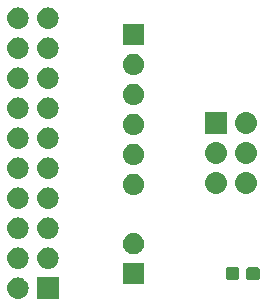
<source format=gts>
G04 #@! TF.GenerationSoftware,KiCad,Pcbnew,(5.0.1-3-g963ef8bb5)*
G04 #@! TF.CreationDate,2018-11-27T15:22:05+00:00*
G04 #@! TF.ProjectId,jlink-swd-adapter,6A6C696E6B2D7377642D616461707465,rev?*
G04 #@! TF.SameCoordinates,Original*
G04 #@! TF.FileFunction,Soldermask,Top*
G04 #@! TF.FilePolarity,Negative*
%FSLAX46Y46*%
G04 Gerber Fmt 4.6, Leading zero omitted, Abs format (unit mm)*
G04 Created by KiCad (PCBNEW (5.0.1-3-g963ef8bb5)) date Tuesday, 27 November 2018 at 15:22:05*
%MOMM*%
%LPD*%
G01*
G04 APERTURE LIST*
%ADD10C,0.100000*%
G04 APERTURE END LIST*
D10*
G36*
X104414600Y-99664600D02*
X102585400Y-99664600D01*
X102585400Y-97835400D01*
X104414600Y-97835400D01*
X104414600Y-99664600D01*
X104414600Y-99664600D01*
G37*
G36*
X101139294Y-97848633D02*
X101311694Y-97900931D01*
X101311696Y-97900932D01*
X101470583Y-97985859D01*
X101513338Y-98020947D01*
X101609849Y-98100151D01*
X101724140Y-98239416D01*
X101809069Y-98398306D01*
X101861367Y-98570706D01*
X101879025Y-98750000D01*
X101861367Y-98929294D01*
X101809069Y-99101694D01*
X101809068Y-99101696D01*
X101724141Y-99260583D01*
X101609849Y-99399849D01*
X101470583Y-99514141D01*
X101311696Y-99599068D01*
X101311694Y-99599069D01*
X101139294Y-99651367D01*
X101004931Y-99664600D01*
X100915069Y-99664600D01*
X100780706Y-99651367D01*
X100608306Y-99599069D01*
X100608304Y-99599068D01*
X100449417Y-99514141D01*
X100310151Y-99399849D01*
X100195859Y-99260583D01*
X100110932Y-99101696D01*
X100110931Y-99101694D01*
X100058633Y-98929294D01*
X100040975Y-98750000D01*
X100058633Y-98570706D01*
X100110931Y-98398306D01*
X100195860Y-98239416D01*
X100310151Y-98100151D01*
X100406662Y-98020947D01*
X100449417Y-97985859D01*
X100608304Y-97900932D01*
X100608306Y-97900931D01*
X100780706Y-97848633D01*
X100915069Y-97835400D01*
X101004931Y-97835400D01*
X101139294Y-97848633D01*
X101139294Y-97848633D01*
G37*
G36*
X111651000Y-98401000D02*
X109849000Y-98401000D01*
X109849000Y-96599000D01*
X111651000Y-96599000D01*
X111651000Y-98401000D01*
X111651000Y-98401000D01*
G37*
G36*
X121289499Y-96978445D02*
X121326993Y-96989819D01*
X121361557Y-97008294D01*
X121391847Y-97033153D01*
X121416706Y-97063443D01*
X121435181Y-97098007D01*
X121446555Y-97135501D01*
X121451000Y-97180638D01*
X121451000Y-97819362D01*
X121446555Y-97864499D01*
X121435181Y-97901993D01*
X121416706Y-97936557D01*
X121391847Y-97966847D01*
X121361557Y-97991706D01*
X121326993Y-98010181D01*
X121289499Y-98021555D01*
X121244362Y-98026000D01*
X120505638Y-98026000D01*
X120460501Y-98021555D01*
X120423007Y-98010181D01*
X120388443Y-97991706D01*
X120358153Y-97966847D01*
X120333294Y-97936557D01*
X120314819Y-97901993D01*
X120303445Y-97864499D01*
X120299000Y-97819362D01*
X120299000Y-97180638D01*
X120303445Y-97135501D01*
X120314819Y-97098007D01*
X120333294Y-97063443D01*
X120358153Y-97033153D01*
X120388443Y-97008294D01*
X120423007Y-96989819D01*
X120460501Y-96978445D01*
X120505638Y-96974000D01*
X121244362Y-96974000D01*
X121289499Y-96978445D01*
X121289499Y-96978445D01*
G37*
G36*
X119539499Y-96978445D02*
X119576993Y-96989819D01*
X119611557Y-97008294D01*
X119641847Y-97033153D01*
X119666706Y-97063443D01*
X119685181Y-97098007D01*
X119696555Y-97135501D01*
X119701000Y-97180638D01*
X119701000Y-97819362D01*
X119696555Y-97864499D01*
X119685181Y-97901993D01*
X119666706Y-97936557D01*
X119641847Y-97966847D01*
X119611557Y-97991706D01*
X119576993Y-98010181D01*
X119539499Y-98021555D01*
X119494362Y-98026000D01*
X118755638Y-98026000D01*
X118710501Y-98021555D01*
X118673007Y-98010181D01*
X118638443Y-97991706D01*
X118608153Y-97966847D01*
X118583294Y-97936557D01*
X118564819Y-97901993D01*
X118553445Y-97864499D01*
X118549000Y-97819362D01*
X118549000Y-97180638D01*
X118553445Y-97135501D01*
X118564819Y-97098007D01*
X118583294Y-97063443D01*
X118608153Y-97033153D01*
X118638443Y-97008294D01*
X118673007Y-96989819D01*
X118710501Y-96978445D01*
X118755638Y-96974000D01*
X119494362Y-96974000D01*
X119539499Y-96978445D01*
X119539499Y-96978445D01*
G37*
G36*
X101139294Y-95308633D02*
X101311694Y-95360931D01*
X101311696Y-95360932D01*
X101470583Y-95445859D01*
X101609849Y-95560151D01*
X101724141Y-95699417D01*
X101803541Y-95847963D01*
X101809069Y-95858306D01*
X101861367Y-96030706D01*
X101879025Y-96210000D01*
X101861367Y-96389294D01*
X101809069Y-96561694D01*
X101809068Y-96561696D01*
X101724141Y-96720583D01*
X101609849Y-96859849D01*
X101470583Y-96974141D01*
X101406687Y-97008294D01*
X101311694Y-97059069D01*
X101139294Y-97111367D01*
X101004931Y-97124600D01*
X100915069Y-97124600D01*
X100780706Y-97111367D01*
X100608306Y-97059069D01*
X100513313Y-97008294D01*
X100449417Y-96974141D01*
X100310151Y-96859849D01*
X100195859Y-96720583D01*
X100110932Y-96561696D01*
X100110931Y-96561694D01*
X100058633Y-96389294D01*
X100040975Y-96210000D01*
X100058633Y-96030706D01*
X100110931Y-95858306D01*
X100116459Y-95847963D01*
X100195859Y-95699417D01*
X100310151Y-95560151D01*
X100449417Y-95445859D01*
X100608304Y-95360932D01*
X100608306Y-95360931D01*
X100780706Y-95308633D01*
X100915069Y-95295400D01*
X101004931Y-95295400D01*
X101139294Y-95308633D01*
X101139294Y-95308633D01*
G37*
G36*
X103679294Y-95308633D02*
X103851694Y-95360931D01*
X103851696Y-95360932D01*
X104010583Y-95445859D01*
X104149849Y-95560151D01*
X104264141Y-95699417D01*
X104343541Y-95847963D01*
X104349069Y-95858306D01*
X104401367Y-96030706D01*
X104419025Y-96210000D01*
X104401367Y-96389294D01*
X104349069Y-96561694D01*
X104349068Y-96561696D01*
X104264141Y-96720583D01*
X104149849Y-96859849D01*
X104010583Y-96974141D01*
X103946687Y-97008294D01*
X103851694Y-97059069D01*
X103679294Y-97111367D01*
X103544931Y-97124600D01*
X103455069Y-97124600D01*
X103320706Y-97111367D01*
X103148306Y-97059069D01*
X103053313Y-97008294D01*
X102989417Y-96974141D01*
X102850151Y-96859849D01*
X102735859Y-96720583D01*
X102650932Y-96561696D01*
X102650931Y-96561694D01*
X102598633Y-96389294D01*
X102580975Y-96210000D01*
X102598633Y-96030706D01*
X102650931Y-95858306D01*
X102656459Y-95847963D01*
X102735859Y-95699417D01*
X102850151Y-95560151D01*
X102989417Y-95445859D01*
X103148304Y-95360932D01*
X103148306Y-95360931D01*
X103320706Y-95308633D01*
X103455069Y-95295400D01*
X103544931Y-95295400D01*
X103679294Y-95308633D01*
X103679294Y-95308633D01*
G37*
G36*
X110860443Y-94065519D02*
X110926627Y-94072037D01*
X111039853Y-94106384D01*
X111096467Y-94123557D01*
X111203155Y-94180584D01*
X111252991Y-94207222D01*
X111288729Y-94236552D01*
X111390186Y-94319814D01*
X111473448Y-94421271D01*
X111502778Y-94457009D01*
X111502779Y-94457011D01*
X111586443Y-94613533D01*
X111586443Y-94613534D01*
X111637963Y-94783373D01*
X111655359Y-94960000D01*
X111637963Y-95136627D01*
X111603616Y-95249853D01*
X111586443Y-95306467D01*
X111557331Y-95360931D01*
X111502778Y-95462991D01*
X111473448Y-95498729D01*
X111390186Y-95600186D01*
X111288729Y-95683448D01*
X111252991Y-95712778D01*
X111252989Y-95712779D01*
X111096467Y-95796443D01*
X111039853Y-95813616D01*
X110926627Y-95847963D01*
X110860442Y-95854482D01*
X110794260Y-95861000D01*
X110705740Y-95861000D01*
X110639558Y-95854482D01*
X110573373Y-95847963D01*
X110460147Y-95813616D01*
X110403533Y-95796443D01*
X110247011Y-95712779D01*
X110247009Y-95712778D01*
X110211271Y-95683448D01*
X110109814Y-95600186D01*
X110026552Y-95498729D01*
X109997222Y-95462991D01*
X109942669Y-95360931D01*
X109913557Y-95306467D01*
X109896384Y-95249853D01*
X109862037Y-95136627D01*
X109844641Y-94960000D01*
X109862037Y-94783373D01*
X109913557Y-94613534D01*
X109913557Y-94613533D01*
X109997221Y-94457011D01*
X109997222Y-94457009D01*
X110026552Y-94421271D01*
X110109814Y-94319814D01*
X110211271Y-94236552D01*
X110247009Y-94207222D01*
X110296845Y-94180584D01*
X110403533Y-94123557D01*
X110460147Y-94106384D01*
X110573373Y-94072037D01*
X110639557Y-94065519D01*
X110705740Y-94059000D01*
X110794260Y-94059000D01*
X110860443Y-94065519D01*
X110860443Y-94065519D01*
G37*
G36*
X101139294Y-92768633D02*
X101311694Y-92820931D01*
X101311696Y-92820932D01*
X101470583Y-92905859D01*
X101470585Y-92905860D01*
X101470584Y-92905860D01*
X101609849Y-93020151D01*
X101724140Y-93159416D01*
X101809069Y-93318306D01*
X101861367Y-93490706D01*
X101879025Y-93670000D01*
X101861367Y-93849294D01*
X101809069Y-94021694D01*
X101809068Y-94021696D01*
X101724141Y-94180583D01*
X101609849Y-94319849D01*
X101470583Y-94434141D01*
X101427796Y-94457011D01*
X101311694Y-94519069D01*
X101139294Y-94571367D01*
X101004931Y-94584600D01*
X100915069Y-94584600D01*
X100780706Y-94571367D01*
X100608306Y-94519069D01*
X100492204Y-94457011D01*
X100449417Y-94434141D01*
X100310151Y-94319849D01*
X100195859Y-94180583D01*
X100110932Y-94021696D01*
X100110931Y-94021694D01*
X100058633Y-93849294D01*
X100040975Y-93670000D01*
X100058633Y-93490706D01*
X100110931Y-93318306D01*
X100195860Y-93159416D01*
X100310151Y-93020151D01*
X100449416Y-92905860D01*
X100449415Y-92905860D01*
X100449417Y-92905859D01*
X100608304Y-92820932D01*
X100608306Y-92820931D01*
X100780706Y-92768633D01*
X100915069Y-92755400D01*
X101004931Y-92755400D01*
X101139294Y-92768633D01*
X101139294Y-92768633D01*
G37*
G36*
X103679294Y-92768633D02*
X103851694Y-92820931D01*
X103851696Y-92820932D01*
X104010583Y-92905859D01*
X104010585Y-92905860D01*
X104010584Y-92905860D01*
X104149849Y-93020151D01*
X104264140Y-93159416D01*
X104349069Y-93318306D01*
X104401367Y-93490706D01*
X104419025Y-93670000D01*
X104401367Y-93849294D01*
X104349069Y-94021694D01*
X104349068Y-94021696D01*
X104264141Y-94180583D01*
X104149849Y-94319849D01*
X104010583Y-94434141D01*
X103967796Y-94457011D01*
X103851694Y-94519069D01*
X103679294Y-94571367D01*
X103544931Y-94584600D01*
X103455069Y-94584600D01*
X103320706Y-94571367D01*
X103148306Y-94519069D01*
X103032204Y-94457011D01*
X102989417Y-94434141D01*
X102850151Y-94319849D01*
X102735859Y-94180583D01*
X102650932Y-94021696D01*
X102650931Y-94021694D01*
X102598633Y-93849294D01*
X102580975Y-93670000D01*
X102598633Y-93490706D01*
X102650931Y-93318306D01*
X102735860Y-93159416D01*
X102850151Y-93020151D01*
X102989416Y-92905860D01*
X102989415Y-92905860D01*
X102989417Y-92905859D01*
X103148304Y-92820932D01*
X103148306Y-92820931D01*
X103320706Y-92768633D01*
X103455069Y-92755400D01*
X103544931Y-92755400D01*
X103679294Y-92768633D01*
X103679294Y-92768633D01*
G37*
G36*
X101139294Y-90228633D02*
X101311694Y-90280931D01*
X101311696Y-90280932D01*
X101470583Y-90365859D01*
X101609849Y-90480151D01*
X101724141Y-90619417D01*
X101791053Y-90744600D01*
X101809069Y-90778306D01*
X101861367Y-90950706D01*
X101879025Y-91130000D01*
X101861367Y-91309294D01*
X101809069Y-91481694D01*
X101809068Y-91481696D01*
X101724141Y-91640583D01*
X101609849Y-91779849D01*
X101470583Y-91894141D01*
X101311696Y-91979068D01*
X101311694Y-91979069D01*
X101139294Y-92031367D01*
X101004931Y-92044600D01*
X100915069Y-92044600D01*
X100780706Y-92031367D01*
X100608306Y-91979069D01*
X100608304Y-91979068D01*
X100449417Y-91894141D01*
X100310151Y-91779849D01*
X100195859Y-91640583D01*
X100110932Y-91481696D01*
X100110931Y-91481694D01*
X100058633Y-91309294D01*
X100040975Y-91130000D01*
X100058633Y-90950706D01*
X100110931Y-90778306D01*
X100128947Y-90744600D01*
X100195859Y-90619417D01*
X100310151Y-90480151D01*
X100449417Y-90365859D01*
X100608304Y-90280932D01*
X100608306Y-90280931D01*
X100780706Y-90228633D01*
X100915069Y-90215400D01*
X101004931Y-90215400D01*
X101139294Y-90228633D01*
X101139294Y-90228633D01*
G37*
G36*
X103679294Y-90228633D02*
X103851694Y-90280931D01*
X103851696Y-90280932D01*
X104010583Y-90365859D01*
X104149849Y-90480151D01*
X104264141Y-90619417D01*
X104331053Y-90744600D01*
X104349069Y-90778306D01*
X104401367Y-90950706D01*
X104419025Y-91130000D01*
X104401367Y-91309294D01*
X104349069Y-91481694D01*
X104349068Y-91481696D01*
X104264141Y-91640583D01*
X104149849Y-91779849D01*
X104010583Y-91894141D01*
X103851696Y-91979068D01*
X103851694Y-91979069D01*
X103679294Y-92031367D01*
X103544931Y-92044600D01*
X103455069Y-92044600D01*
X103320706Y-92031367D01*
X103148306Y-91979069D01*
X103148304Y-91979068D01*
X102989417Y-91894141D01*
X102850151Y-91779849D01*
X102735859Y-91640583D01*
X102650932Y-91481696D01*
X102650931Y-91481694D01*
X102598633Y-91309294D01*
X102580975Y-91130000D01*
X102598633Y-90950706D01*
X102650931Y-90778306D01*
X102668947Y-90744600D01*
X102735859Y-90619417D01*
X102850151Y-90480151D01*
X102989417Y-90365859D01*
X103148304Y-90280932D01*
X103148306Y-90280931D01*
X103320706Y-90228633D01*
X103455069Y-90215400D01*
X103544931Y-90215400D01*
X103679294Y-90228633D01*
X103679294Y-90228633D01*
G37*
G36*
X110860443Y-89055519D02*
X110926627Y-89062037D01*
X111039853Y-89096384D01*
X111096467Y-89113557D01*
X111221054Y-89180151D01*
X111252991Y-89197222D01*
X111288729Y-89226552D01*
X111390186Y-89309814D01*
X111473448Y-89411271D01*
X111502778Y-89447009D01*
X111502779Y-89447011D01*
X111586443Y-89603533D01*
X111586443Y-89603534D01*
X111637963Y-89773373D01*
X111655359Y-89950000D01*
X111637963Y-90126627D01*
X111621258Y-90181696D01*
X111586443Y-90296467D01*
X111549351Y-90365860D01*
X111502778Y-90452991D01*
X111480736Y-90479849D01*
X111390186Y-90590186D01*
X111288729Y-90673448D01*
X111252991Y-90702778D01*
X111252989Y-90702779D01*
X111096467Y-90786443D01*
X111039853Y-90803616D01*
X110926627Y-90837963D01*
X110860443Y-90844481D01*
X110794260Y-90851000D01*
X110705740Y-90851000D01*
X110639557Y-90844481D01*
X110573373Y-90837963D01*
X110460147Y-90803616D01*
X110403533Y-90786443D01*
X110247011Y-90702779D01*
X110247009Y-90702778D01*
X110211271Y-90673448D01*
X110109814Y-90590186D01*
X110019264Y-90479849D01*
X109997222Y-90452991D01*
X109950649Y-90365860D01*
X109913557Y-90296467D01*
X109878742Y-90181696D01*
X109862037Y-90126627D01*
X109844641Y-89950000D01*
X109862037Y-89773373D01*
X109913557Y-89603534D01*
X109913557Y-89603533D01*
X109997221Y-89447011D01*
X109997222Y-89447009D01*
X110026552Y-89411271D01*
X110109814Y-89309814D01*
X110211271Y-89226552D01*
X110247009Y-89197222D01*
X110278946Y-89180151D01*
X110403533Y-89113557D01*
X110460147Y-89096384D01*
X110573373Y-89062037D01*
X110639557Y-89055519D01*
X110705740Y-89049000D01*
X110794260Y-89049000D01*
X110860443Y-89055519D01*
X110860443Y-89055519D01*
G37*
G36*
X120469294Y-88928633D02*
X120641694Y-88980931D01*
X120641696Y-88980932D01*
X120800583Y-89065859D01*
X120939849Y-89180151D01*
X121054141Y-89319417D01*
X121139068Y-89478304D01*
X121139069Y-89478306D01*
X121191367Y-89650706D01*
X121209025Y-89830000D01*
X121191367Y-90009294D01*
X121139069Y-90181694D01*
X121139068Y-90181696D01*
X121054141Y-90340583D01*
X120939849Y-90479849D01*
X120800583Y-90594141D01*
X120641696Y-90679068D01*
X120641694Y-90679069D01*
X120469294Y-90731367D01*
X120334931Y-90744600D01*
X120245069Y-90744600D01*
X120110706Y-90731367D01*
X119938306Y-90679069D01*
X119938304Y-90679068D01*
X119779417Y-90594141D01*
X119640151Y-90479849D01*
X119525859Y-90340583D01*
X119440932Y-90181696D01*
X119440931Y-90181694D01*
X119388633Y-90009294D01*
X119370975Y-89830000D01*
X119388633Y-89650706D01*
X119440931Y-89478306D01*
X119440932Y-89478304D01*
X119525859Y-89319417D01*
X119640151Y-89180151D01*
X119779417Y-89065859D01*
X119938304Y-88980932D01*
X119938306Y-88980931D01*
X120110706Y-88928633D01*
X120245069Y-88915400D01*
X120334931Y-88915400D01*
X120469294Y-88928633D01*
X120469294Y-88928633D01*
G37*
G36*
X117929294Y-88928633D02*
X118101694Y-88980931D01*
X118101696Y-88980932D01*
X118260583Y-89065859D01*
X118399849Y-89180151D01*
X118514141Y-89319417D01*
X118599068Y-89478304D01*
X118599069Y-89478306D01*
X118651367Y-89650706D01*
X118669025Y-89830000D01*
X118651367Y-90009294D01*
X118599069Y-90181694D01*
X118599068Y-90181696D01*
X118514141Y-90340583D01*
X118399849Y-90479849D01*
X118260583Y-90594141D01*
X118101696Y-90679068D01*
X118101694Y-90679069D01*
X117929294Y-90731367D01*
X117794931Y-90744600D01*
X117705069Y-90744600D01*
X117570706Y-90731367D01*
X117398306Y-90679069D01*
X117398304Y-90679068D01*
X117239417Y-90594141D01*
X117100151Y-90479849D01*
X116985859Y-90340583D01*
X116900932Y-90181696D01*
X116900931Y-90181694D01*
X116848633Y-90009294D01*
X116830975Y-89830000D01*
X116848633Y-89650706D01*
X116900931Y-89478306D01*
X116900932Y-89478304D01*
X116985859Y-89319417D01*
X117100151Y-89180151D01*
X117239417Y-89065859D01*
X117398304Y-88980932D01*
X117398306Y-88980931D01*
X117570706Y-88928633D01*
X117705069Y-88915400D01*
X117794931Y-88915400D01*
X117929294Y-88928633D01*
X117929294Y-88928633D01*
G37*
G36*
X103679294Y-87688633D02*
X103851694Y-87740931D01*
X103851696Y-87740932D01*
X104010583Y-87825859D01*
X104149849Y-87940151D01*
X104264141Y-88079417D01*
X104331053Y-88204600D01*
X104349069Y-88238306D01*
X104401367Y-88410706D01*
X104419025Y-88590000D01*
X104401367Y-88769294D01*
X104349069Y-88941694D01*
X104349068Y-88941696D01*
X104264141Y-89100583D01*
X104149849Y-89239849D01*
X104010583Y-89354141D01*
X103851696Y-89439068D01*
X103851694Y-89439069D01*
X103679294Y-89491367D01*
X103544931Y-89504600D01*
X103455069Y-89504600D01*
X103320706Y-89491367D01*
X103148306Y-89439069D01*
X103148304Y-89439068D01*
X102989417Y-89354141D01*
X102850151Y-89239849D01*
X102735859Y-89100583D01*
X102650932Y-88941696D01*
X102650931Y-88941694D01*
X102598633Y-88769294D01*
X102580975Y-88590000D01*
X102598633Y-88410706D01*
X102650931Y-88238306D01*
X102668947Y-88204600D01*
X102735859Y-88079417D01*
X102850151Y-87940151D01*
X102989417Y-87825859D01*
X103148304Y-87740932D01*
X103148306Y-87740931D01*
X103320706Y-87688633D01*
X103455069Y-87675400D01*
X103544931Y-87675400D01*
X103679294Y-87688633D01*
X103679294Y-87688633D01*
G37*
G36*
X101139294Y-87688633D02*
X101311694Y-87740931D01*
X101311696Y-87740932D01*
X101470583Y-87825859D01*
X101609849Y-87940151D01*
X101724141Y-88079417D01*
X101791053Y-88204600D01*
X101809069Y-88238306D01*
X101861367Y-88410706D01*
X101879025Y-88590000D01*
X101861367Y-88769294D01*
X101809069Y-88941694D01*
X101809068Y-88941696D01*
X101724141Y-89100583D01*
X101609849Y-89239849D01*
X101470583Y-89354141D01*
X101311696Y-89439068D01*
X101311694Y-89439069D01*
X101139294Y-89491367D01*
X101004931Y-89504600D01*
X100915069Y-89504600D01*
X100780706Y-89491367D01*
X100608306Y-89439069D01*
X100608304Y-89439068D01*
X100449417Y-89354141D01*
X100310151Y-89239849D01*
X100195859Y-89100583D01*
X100110932Y-88941696D01*
X100110931Y-88941694D01*
X100058633Y-88769294D01*
X100040975Y-88590000D01*
X100058633Y-88410706D01*
X100110931Y-88238306D01*
X100128947Y-88204600D01*
X100195859Y-88079417D01*
X100310151Y-87940151D01*
X100449417Y-87825859D01*
X100608304Y-87740932D01*
X100608306Y-87740931D01*
X100780706Y-87688633D01*
X100915069Y-87675400D01*
X101004931Y-87675400D01*
X101139294Y-87688633D01*
X101139294Y-87688633D01*
G37*
G36*
X110860442Y-86515518D02*
X110926627Y-86522037D01*
X111039853Y-86556384D01*
X111096467Y-86573557D01*
X111221054Y-86640151D01*
X111252991Y-86657222D01*
X111288729Y-86686552D01*
X111390186Y-86769814D01*
X111473448Y-86871271D01*
X111502778Y-86907009D01*
X111502779Y-86907011D01*
X111586443Y-87063533D01*
X111586443Y-87063534D01*
X111637963Y-87233373D01*
X111655359Y-87410000D01*
X111637963Y-87586627D01*
X111621258Y-87641696D01*
X111586443Y-87756467D01*
X111549351Y-87825860D01*
X111502778Y-87912991D01*
X111480736Y-87939849D01*
X111390186Y-88050186D01*
X111288729Y-88133448D01*
X111252991Y-88162778D01*
X111252989Y-88162779D01*
X111096467Y-88246443D01*
X111039853Y-88263616D01*
X110926627Y-88297963D01*
X110860442Y-88304482D01*
X110794260Y-88311000D01*
X110705740Y-88311000D01*
X110639558Y-88304482D01*
X110573373Y-88297963D01*
X110460147Y-88263616D01*
X110403533Y-88246443D01*
X110247011Y-88162779D01*
X110247009Y-88162778D01*
X110211271Y-88133448D01*
X110109814Y-88050186D01*
X110019264Y-87939849D01*
X109997222Y-87912991D01*
X109950649Y-87825860D01*
X109913557Y-87756467D01*
X109878742Y-87641696D01*
X109862037Y-87586627D01*
X109844641Y-87410000D01*
X109862037Y-87233373D01*
X109913557Y-87063534D01*
X109913557Y-87063533D01*
X109997221Y-86907011D01*
X109997222Y-86907009D01*
X110026552Y-86871271D01*
X110109814Y-86769814D01*
X110211271Y-86686552D01*
X110247009Y-86657222D01*
X110278946Y-86640151D01*
X110403533Y-86573557D01*
X110460147Y-86556384D01*
X110573373Y-86522037D01*
X110639558Y-86515518D01*
X110705740Y-86509000D01*
X110794260Y-86509000D01*
X110860442Y-86515518D01*
X110860442Y-86515518D01*
G37*
G36*
X117929294Y-86388633D02*
X118101694Y-86440931D01*
X118101696Y-86440932D01*
X118260583Y-86525859D01*
X118399849Y-86640151D01*
X118514141Y-86779417D01*
X118599068Y-86938304D01*
X118599069Y-86938306D01*
X118651367Y-87110706D01*
X118669025Y-87290000D01*
X118651367Y-87469294D01*
X118599069Y-87641694D01*
X118599068Y-87641696D01*
X118514141Y-87800583D01*
X118399849Y-87939849D01*
X118260583Y-88054141D01*
X118101696Y-88139068D01*
X118101694Y-88139069D01*
X117929294Y-88191367D01*
X117794931Y-88204600D01*
X117705069Y-88204600D01*
X117570706Y-88191367D01*
X117398306Y-88139069D01*
X117398304Y-88139068D01*
X117239417Y-88054141D01*
X117100151Y-87939849D01*
X116985859Y-87800583D01*
X116900932Y-87641696D01*
X116900931Y-87641694D01*
X116848633Y-87469294D01*
X116830975Y-87290000D01*
X116848633Y-87110706D01*
X116900931Y-86938306D01*
X116900932Y-86938304D01*
X116985859Y-86779417D01*
X117100151Y-86640151D01*
X117239417Y-86525859D01*
X117398304Y-86440932D01*
X117398306Y-86440931D01*
X117570706Y-86388633D01*
X117705069Y-86375400D01*
X117794931Y-86375400D01*
X117929294Y-86388633D01*
X117929294Y-86388633D01*
G37*
G36*
X120469294Y-86388633D02*
X120641694Y-86440931D01*
X120641696Y-86440932D01*
X120800583Y-86525859D01*
X120939849Y-86640151D01*
X121054141Y-86779417D01*
X121139068Y-86938304D01*
X121139069Y-86938306D01*
X121191367Y-87110706D01*
X121209025Y-87290000D01*
X121191367Y-87469294D01*
X121139069Y-87641694D01*
X121139068Y-87641696D01*
X121054141Y-87800583D01*
X120939849Y-87939849D01*
X120800583Y-88054141D01*
X120641696Y-88139068D01*
X120641694Y-88139069D01*
X120469294Y-88191367D01*
X120334931Y-88204600D01*
X120245069Y-88204600D01*
X120110706Y-88191367D01*
X119938306Y-88139069D01*
X119938304Y-88139068D01*
X119779417Y-88054141D01*
X119640151Y-87939849D01*
X119525859Y-87800583D01*
X119440932Y-87641696D01*
X119440931Y-87641694D01*
X119388633Y-87469294D01*
X119370975Y-87290000D01*
X119388633Y-87110706D01*
X119440931Y-86938306D01*
X119440932Y-86938304D01*
X119525859Y-86779417D01*
X119640151Y-86640151D01*
X119779417Y-86525859D01*
X119938304Y-86440932D01*
X119938306Y-86440931D01*
X120110706Y-86388633D01*
X120245069Y-86375400D01*
X120334931Y-86375400D01*
X120469294Y-86388633D01*
X120469294Y-86388633D01*
G37*
G36*
X101139294Y-85148633D02*
X101311694Y-85200931D01*
X101311696Y-85200932D01*
X101470583Y-85285859D01*
X101609849Y-85400151D01*
X101724141Y-85539417D01*
X101791053Y-85664600D01*
X101809069Y-85698306D01*
X101861367Y-85870706D01*
X101879025Y-86050000D01*
X101861367Y-86229294D01*
X101809069Y-86401694D01*
X101809068Y-86401696D01*
X101724141Y-86560583D01*
X101609849Y-86699849D01*
X101470583Y-86814141D01*
X101311696Y-86899068D01*
X101311694Y-86899069D01*
X101139294Y-86951367D01*
X101004931Y-86964600D01*
X100915069Y-86964600D01*
X100780706Y-86951367D01*
X100608306Y-86899069D01*
X100608304Y-86899068D01*
X100449417Y-86814141D01*
X100310151Y-86699849D01*
X100195859Y-86560583D01*
X100110932Y-86401696D01*
X100110931Y-86401694D01*
X100058633Y-86229294D01*
X100040975Y-86050000D01*
X100058633Y-85870706D01*
X100110931Y-85698306D01*
X100128947Y-85664600D01*
X100195859Y-85539417D01*
X100310151Y-85400151D01*
X100449417Y-85285859D01*
X100608304Y-85200932D01*
X100608306Y-85200931D01*
X100780706Y-85148633D01*
X100915069Y-85135400D01*
X101004931Y-85135400D01*
X101139294Y-85148633D01*
X101139294Y-85148633D01*
G37*
G36*
X103679294Y-85148633D02*
X103851694Y-85200931D01*
X103851696Y-85200932D01*
X104010583Y-85285859D01*
X104149849Y-85400151D01*
X104264141Y-85539417D01*
X104331053Y-85664600D01*
X104349069Y-85698306D01*
X104401367Y-85870706D01*
X104419025Y-86050000D01*
X104401367Y-86229294D01*
X104349069Y-86401694D01*
X104349068Y-86401696D01*
X104264141Y-86560583D01*
X104149849Y-86699849D01*
X104010583Y-86814141D01*
X103851696Y-86899068D01*
X103851694Y-86899069D01*
X103679294Y-86951367D01*
X103544931Y-86964600D01*
X103455069Y-86964600D01*
X103320706Y-86951367D01*
X103148306Y-86899069D01*
X103148304Y-86899068D01*
X102989417Y-86814141D01*
X102850151Y-86699849D01*
X102735859Y-86560583D01*
X102650932Y-86401696D01*
X102650931Y-86401694D01*
X102598633Y-86229294D01*
X102580975Y-86050000D01*
X102598633Y-85870706D01*
X102650931Y-85698306D01*
X102668947Y-85664600D01*
X102735859Y-85539417D01*
X102850151Y-85400151D01*
X102989417Y-85285859D01*
X103148304Y-85200932D01*
X103148306Y-85200931D01*
X103320706Y-85148633D01*
X103455069Y-85135400D01*
X103544931Y-85135400D01*
X103679294Y-85148633D01*
X103679294Y-85148633D01*
G37*
G36*
X110860442Y-83975518D02*
X110926627Y-83982037D01*
X111039853Y-84016384D01*
X111096467Y-84033557D01*
X111221054Y-84100151D01*
X111252991Y-84117222D01*
X111288729Y-84146552D01*
X111390186Y-84229814D01*
X111473448Y-84331271D01*
X111502778Y-84367009D01*
X111502779Y-84367011D01*
X111586443Y-84523533D01*
X111586443Y-84523534D01*
X111637963Y-84693373D01*
X111655359Y-84870000D01*
X111637963Y-85046627D01*
X111621258Y-85101696D01*
X111586443Y-85216467D01*
X111549351Y-85285860D01*
X111502778Y-85372991D01*
X111480736Y-85399849D01*
X111390186Y-85510186D01*
X111288729Y-85593448D01*
X111252991Y-85622778D01*
X111252989Y-85622779D01*
X111096467Y-85706443D01*
X111039853Y-85723616D01*
X110926627Y-85757963D01*
X110860442Y-85764482D01*
X110794260Y-85771000D01*
X110705740Y-85771000D01*
X110639558Y-85764482D01*
X110573373Y-85757963D01*
X110460147Y-85723616D01*
X110403533Y-85706443D01*
X110247011Y-85622779D01*
X110247009Y-85622778D01*
X110211271Y-85593448D01*
X110109814Y-85510186D01*
X110019264Y-85399849D01*
X109997222Y-85372991D01*
X109950649Y-85285860D01*
X109913557Y-85216467D01*
X109878742Y-85101696D01*
X109862037Y-85046627D01*
X109844641Y-84870000D01*
X109862037Y-84693373D01*
X109913557Y-84523534D01*
X109913557Y-84523533D01*
X109997221Y-84367011D01*
X109997222Y-84367009D01*
X110026552Y-84331271D01*
X110109814Y-84229814D01*
X110211271Y-84146552D01*
X110247009Y-84117222D01*
X110278946Y-84100151D01*
X110403533Y-84033557D01*
X110460147Y-84016384D01*
X110573373Y-83982037D01*
X110639558Y-83975518D01*
X110705740Y-83969000D01*
X110794260Y-83969000D01*
X110860442Y-83975518D01*
X110860442Y-83975518D01*
G37*
G36*
X118664600Y-85664600D02*
X116835400Y-85664600D01*
X116835400Y-83835400D01*
X118664600Y-83835400D01*
X118664600Y-85664600D01*
X118664600Y-85664600D01*
G37*
G36*
X120469294Y-83848633D02*
X120641694Y-83900931D01*
X120641696Y-83900932D01*
X120800583Y-83985859D01*
X120939849Y-84100151D01*
X121054141Y-84239417D01*
X121139068Y-84398304D01*
X121139069Y-84398306D01*
X121191367Y-84570706D01*
X121209025Y-84750000D01*
X121191367Y-84929294D01*
X121139069Y-85101694D01*
X121139068Y-85101696D01*
X121054141Y-85260583D01*
X120939849Y-85399849D01*
X120800583Y-85514141D01*
X120641696Y-85599068D01*
X120641694Y-85599069D01*
X120469294Y-85651367D01*
X120334931Y-85664600D01*
X120245069Y-85664600D01*
X120110706Y-85651367D01*
X119938306Y-85599069D01*
X119938304Y-85599068D01*
X119779417Y-85514141D01*
X119640151Y-85399849D01*
X119525859Y-85260583D01*
X119440932Y-85101696D01*
X119440931Y-85101694D01*
X119388633Y-84929294D01*
X119370975Y-84750000D01*
X119388633Y-84570706D01*
X119440931Y-84398306D01*
X119440932Y-84398304D01*
X119525859Y-84239417D01*
X119640151Y-84100151D01*
X119779417Y-83985859D01*
X119938304Y-83900932D01*
X119938306Y-83900931D01*
X120110706Y-83848633D01*
X120245069Y-83835400D01*
X120334931Y-83835400D01*
X120469294Y-83848633D01*
X120469294Y-83848633D01*
G37*
G36*
X103679294Y-82608633D02*
X103851694Y-82660931D01*
X103851696Y-82660932D01*
X104010583Y-82745859D01*
X104010585Y-82745860D01*
X104010584Y-82745860D01*
X104149849Y-82860151D01*
X104264140Y-82999416D01*
X104349069Y-83158306D01*
X104401367Y-83330706D01*
X104419025Y-83510000D01*
X104401367Y-83689294D01*
X104349069Y-83861694D01*
X104349068Y-83861696D01*
X104264141Y-84020583D01*
X104149849Y-84159849D01*
X104010583Y-84274141D01*
X103851696Y-84359068D01*
X103851694Y-84359069D01*
X103679294Y-84411367D01*
X103544931Y-84424600D01*
X103455069Y-84424600D01*
X103320706Y-84411367D01*
X103148306Y-84359069D01*
X103148304Y-84359068D01*
X102989417Y-84274141D01*
X102850151Y-84159849D01*
X102735859Y-84020583D01*
X102650932Y-83861696D01*
X102650931Y-83861694D01*
X102598633Y-83689294D01*
X102580975Y-83510000D01*
X102598633Y-83330706D01*
X102650931Y-83158306D01*
X102735860Y-82999416D01*
X102850151Y-82860151D01*
X102989416Y-82745860D01*
X102989415Y-82745860D01*
X102989417Y-82745859D01*
X103148304Y-82660932D01*
X103148306Y-82660931D01*
X103320706Y-82608633D01*
X103455069Y-82595400D01*
X103544931Y-82595400D01*
X103679294Y-82608633D01*
X103679294Y-82608633D01*
G37*
G36*
X101139294Y-82608633D02*
X101311694Y-82660931D01*
X101311696Y-82660932D01*
X101470583Y-82745859D01*
X101470585Y-82745860D01*
X101470584Y-82745860D01*
X101609849Y-82860151D01*
X101724140Y-82999416D01*
X101809069Y-83158306D01*
X101861367Y-83330706D01*
X101879025Y-83510000D01*
X101861367Y-83689294D01*
X101809069Y-83861694D01*
X101809068Y-83861696D01*
X101724141Y-84020583D01*
X101609849Y-84159849D01*
X101470583Y-84274141D01*
X101311696Y-84359068D01*
X101311694Y-84359069D01*
X101139294Y-84411367D01*
X101004931Y-84424600D01*
X100915069Y-84424600D01*
X100780706Y-84411367D01*
X100608306Y-84359069D01*
X100608304Y-84359068D01*
X100449417Y-84274141D01*
X100310151Y-84159849D01*
X100195859Y-84020583D01*
X100110932Y-83861696D01*
X100110931Y-83861694D01*
X100058633Y-83689294D01*
X100040975Y-83510000D01*
X100058633Y-83330706D01*
X100110931Y-83158306D01*
X100195860Y-82999416D01*
X100310151Y-82860151D01*
X100449416Y-82745860D01*
X100449415Y-82745860D01*
X100449417Y-82745859D01*
X100608304Y-82660932D01*
X100608306Y-82660931D01*
X100780706Y-82608633D01*
X100915069Y-82595400D01*
X101004931Y-82595400D01*
X101139294Y-82608633D01*
X101139294Y-82608633D01*
G37*
G36*
X110860443Y-81435519D02*
X110926627Y-81442037D01*
X111039853Y-81476384D01*
X111096467Y-81493557D01*
X111235087Y-81567652D01*
X111252991Y-81577222D01*
X111288729Y-81606552D01*
X111390186Y-81689814D01*
X111473448Y-81791271D01*
X111502778Y-81827009D01*
X111502779Y-81827011D01*
X111586443Y-81983533D01*
X111586443Y-81983534D01*
X111637963Y-82153373D01*
X111655359Y-82330000D01*
X111637963Y-82506627D01*
X111611034Y-82595400D01*
X111586443Y-82676467D01*
X111549351Y-82745860D01*
X111502778Y-82832991D01*
X111480488Y-82860151D01*
X111390186Y-82970186D01*
X111288729Y-83053448D01*
X111252991Y-83082778D01*
X111252989Y-83082779D01*
X111096467Y-83166443D01*
X111039853Y-83183616D01*
X110926627Y-83217963D01*
X110860442Y-83224482D01*
X110794260Y-83231000D01*
X110705740Y-83231000D01*
X110639558Y-83224482D01*
X110573373Y-83217963D01*
X110460147Y-83183616D01*
X110403533Y-83166443D01*
X110247011Y-83082779D01*
X110247009Y-83082778D01*
X110211271Y-83053448D01*
X110109814Y-82970186D01*
X110019512Y-82860151D01*
X109997222Y-82832991D01*
X109950649Y-82745860D01*
X109913557Y-82676467D01*
X109888966Y-82595400D01*
X109862037Y-82506627D01*
X109844641Y-82330000D01*
X109862037Y-82153373D01*
X109913557Y-81983534D01*
X109913557Y-81983533D01*
X109997221Y-81827011D01*
X109997222Y-81827009D01*
X110026552Y-81791271D01*
X110109814Y-81689814D01*
X110211271Y-81606552D01*
X110247009Y-81577222D01*
X110264913Y-81567652D01*
X110403533Y-81493557D01*
X110460147Y-81476384D01*
X110573373Y-81442037D01*
X110639557Y-81435519D01*
X110705740Y-81429000D01*
X110794260Y-81429000D01*
X110860443Y-81435519D01*
X110860443Y-81435519D01*
G37*
G36*
X103679294Y-80068633D02*
X103851694Y-80120931D01*
X103851696Y-80120932D01*
X104010583Y-80205859D01*
X104010585Y-80205860D01*
X104010584Y-80205860D01*
X104149849Y-80320151D01*
X104264140Y-80459416D01*
X104349069Y-80618306D01*
X104401367Y-80790706D01*
X104419025Y-80970000D01*
X104401367Y-81149294D01*
X104349069Y-81321694D01*
X104349068Y-81321696D01*
X104264141Y-81480583D01*
X104149849Y-81619849D01*
X104010583Y-81734141D01*
X103851696Y-81819068D01*
X103851694Y-81819069D01*
X103679294Y-81871367D01*
X103544931Y-81884600D01*
X103455069Y-81884600D01*
X103320706Y-81871367D01*
X103148306Y-81819069D01*
X103148304Y-81819068D01*
X102989417Y-81734141D01*
X102850151Y-81619849D01*
X102735859Y-81480583D01*
X102650932Y-81321696D01*
X102650931Y-81321694D01*
X102598633Y-81149294D01*
X102580975Y-80970000D01*
X102598633Y-80790706D01*
X102650931Y-80618306D01*
X102735860Y-80459416D01*
X102850151Y-80320151D01*
X102989416Y-80205860D01*
X102989415Y-80205860D01*
X102989417Y-80205859D01*
X103148304Y-80120932D01*
X103148306Y-80120931D01*
X103320706Y-80068633D01*
X103455069Y-80055400D01*
X103544931Y-80055400D01*
X103679294Y-80068633D01*
X103679294Y-80068633D01*
G37*
G36*
X101139294Y-80068633D02*
X101311694Y-80120931D01*
X101311696Y-80120932D01*
X101470583Y-80205859D01*
X101470585Y-80205860D01*
X101470584Y-80205860D01*
X101609849Y-80320151D01*
X101724140Y-80459416D01*
X101809069Y-80618306D01*
X101861367Y-80790706D01*
X101879025Y-80970000D01*
X101861367Y-81149294D01*
X101809069Y-81321694D01*
X101809068Y-81321696D01*
X101724141Y-81480583D01*
X101609849Y-81619849D01*
X101470583Y-81734141D01*
X101311696Y-81819068D01*
X101311694Y-81819069D01*
X101139294Y-81871367D01*
X101004931Y-81884600D01*
X100915069Y-81884600D01*
X100780706Y-81871367D01*
X100608306Y-81819069D01*
X100608304Y-81819068D01*
X100449417Y-81734141D01*
X100310151Y-81619849D01*
X100195859Y-81480583D01*
X100110932Y-81321696D01*
X100110931Y-81321694D01*
X100058633Y-81149294D01*
X100040975Y-80970000D01*
X100058633Y-80790706D01*
X100110931Y-80618306D01*
X100195860Y-80459416D01*
X100310151Y-80320151D01*
X100449416Y-80205860D01*
X100449415Y-80205860D01*
X100449417Y-80205859D01*
X100608304Y-80120932D01*
X100608306Y-80120931D01*
X100780706Y-80068633D01*
X100915069Y-80055400D01*
X101004931Y-80055400D01*
X101139294Y-80068633D01*
X101139294Y-80068633D01*
G37*
G36*
X110860442Y-78895518D02*
X110926627Y-78902037D01*
X111039853Y-78936384D01*
X111096467Y-78953557D01*
X111235087Y-79027652D01*
X111252991Y-79037222D01*
X111288729Y-79066552D01*
X111390186Y-79149814D01*
X111473448Y-79251271D01*
X111502778Y-79287009D01*
X111502779Y-79287011D01*
X111586443Y-79443533D01*
X111586443Y-79443534D01*
X111637963Y-79613373D01*
X111655359Y-79790000D01*
X111637963Y-79966627D01*
X111611034Y-80055400D01*
X111586443Y-80136467D01*
X111549351Y-80205860D01*
X111502778Y-80292991D01*
X111480488Y-80320151D01*
X111390186Y-80430186D01*
X111288729Y-80513448D01*
X111252991Y-80542778D01*
X111252989Y-80542779D01*
X111096467Y-80626443D01*
X111039853Y-80643616D01*
X110926627Y-80677963D01*
X110860443Y-80684481D01*
X110794260Y-80691000D01*
X110705740Y-80691000D01*
X110639557Y-80684481D01*
X110573373Y-80677963D01*
X110460147Y-80643616D01*
X110403533Y-80626443D01*
X110247011Y-80542779D01*
X110247009Y-80542778D01*
X110211271Y-80513448D01*
X110109814Y-80430186D01*
X110019512Y-80320151D01*
X109997222Y-80292991D01*
X109950649Y-80205860D01*
X109913557Y-80136467D01*
X109888966Y-80055400D01*
X109862037Y-79966627D01*
X109844641Y-79790000D01*
X109862037Y-79613373D01*
X109913557Y-79443534D01*
X109913557Y-79443533D01*
X109997221Y-79287011D01*
X109997222Y-79287009D01*
X110026552Y-79251271D01*
X110109814Y-79149814D01*
X110211271Y-79066552D01*
X110247009Y-79037222D01*
X110264913Y-79027652D01*
X110403533Y-78953557D01*
X110460147Y-78936384D01*
X110573373Y-78902037D01*
X110639558Y-78895518D01*
X110705740Y-78889000D01*
X110794260Y-78889000D01*
X110860442Y-78895518D01*
X110860442Y-78895518D01*
G37*
G36*
X103679294Y-77528633D02*
X103851694Y-77580931D01*
X103851696Y-77580932D01*
X104010583Y-77665859D01*
X104010585Y-77665860D01*
X104010584Y-77665860D01*
X104149849Y-77780151D01*
X104264140Y-77919416D01*
X104349069Y-78078306D01*
X104401367Y-78250706D01*
X104419025Y-78430000D01*
X104401367Y-78609294D01*
X104349069Y-78781694D01*
X104349068Y-78781696D01*
X104264141Y-78940583D01*
X104149849Y-79079849D01*
X104010583Y-79194141D01*
X103851696Y-79279068D01*
X103851694Y-79279069D01*
X103679294Y-79331367D01*
X103544931Y-79344600D01*
X103455069Y-79344600D01*
X103320706Y-79331367D01*
X103148306Y-79279069D01*
X103148304Y-79279068D01*
X102989417Y-79194141D01*
X102850151Y-79079849D01*
X102735859Y-78940583D01*
X102650932Y-78781696D01*
X102650931Y-78781694D01*
X102598633Y-78609294D01*
X102580975Y-78430000D01*
X102598633Y-78250706D01*
X102650931Y-78078306D01*
X102735860Y-77919416D01*
X102850151Y-77780151D01*
X102989416Y-77665860D01*
X102989415Y-77665860D01*
X102989417Y-77665859D01*
X103148304Y-77580932D01*
X103148306Y-77580931D01*
X103320706Y-77528633D01*
X103455069Y-77515400D01*
X103544931Y-77515400D01*
X103679294Y-77528633D01*
X103679294Y-77528633D01*
G37*
G36*
X101139294Y-77528633D02*
X101311694Y-77580931D01*
X101311696Y-77580932D01*
X101470583Y-77665859D01*
X101470585Y-77665860D01*
X101470584Y-77665860D01*
X101609849Y-77780151D01*
X101724140Y-77919416D01*
X101809069Y-78078306D01*
X101861367Y-78250706D01*
X101879025Y-78430000D01*
X101861367Y-78609294D01*
X101809069Y-78781694D01*
X101809068Y-78781696D01*
X101724141Y-78940583D01*
X101609849Y-79079849D01*
X101470583Y-79194141D01*
X101311696Y-79279068D01*
X101311694Y-79279069D01*
X101139294Y-79331367D01*
X101004931Y-79344600D01*
X100915069Y-79344600D01*
X100780706Y-79331367D01*
X100608306Y-79279069D01*
X100608304Y-79279068D01*
X100449417Y-79194141D01*
X100310151Y-79079849D01*
X100195859Y-78940583D01*
X100110932Y-78781696D01*
X100110931Y-78781694D01*
X100058633Y-78609294D01*
X100040975Y-78430000D01*
X100058633Y-78250706D01*
X100110931Y-78078306D01*
X100195860Y-77919416D01*
X100310151Y-77780151D01*
X100449416Y-77665860D01*
X100449415Y-77665860D01*
X100449417Y-77665859D01*
X100608304Y-77580932D01*
X100608306Y-77580931D01*
X100780706Y-77528633D01*
X100915069Y-77515400D01*
X101004931Y-77515400D01*
X101139294Y-77528633D01*
X101139294Y-77528633D01*
G37*
G36*
X111651000Y-78151000D02*
X109849000Y-78151000D01*
X109849000Y-76349000D01*
X111651000Y-76349000D01*
X111651000Y-78151000D01*
X111651000Y-78151000D01*
G37*
G36*
X101139294Y-74988633D02*
X101311694Y-75040931D01*
X101311696Y-75040932D01*
X101470583Y-75125859D01*
X101470585Y-75125860D01*
X101470584Y-75125860D01*
X101609849Y-75240151D01*
X101724140Y-75379416D01*
X101809069Y-75538306D01*
X101861367Y-75710706D01*
X101879025Y-75890000D01*
X101861367Y-76069294D01*
X101809069Y-76241694D01*
X101809068Y-76241696D01*
X101724141Y-76400583D01*
X101609849Y-76539849D01*
X101470583Y-76654141D01*
X101311696Y-76739068D01*
X101311694Y-76739069D01*
X101139294Y-76791367D01*
X101004931Y-76804600D01*
X100915069Y-76804600D01*
X100780706Y-76791367D01*
X100608306Y-76739069D01*
X100608304Y-76739068D01*
X100449417Y-76654141D01*
X100310151Y-76539849D01*
X100195859Y-76400583D01*
X100110932Y-76241696D01*
X100110931Y-76241694D01*
X100058633Y-76069294D01*
X100040975Y-75890000D01*
X100058633Y-75710706D01*
X100110931Y-75538306D01*
X100195860Y-75379416D01*
X100310151Y-75240151D01*
X100449416Y-75125860D01*
X100449415Y-75125860D01*
X100449417Y-75125859D01*
X100608304Y-75040932D01*
X100608306Y-75040931D01*
X100780706Y-74988633D01*
X100915069Y-74975400D01*
X101004931Y-74975400D01*
X101139294Y-74988633D01*
X101139294Y-74988633D01*
G37*
G36*
X103679294Y-74988633D02*
X103851694Y-75040931D01*
X103851696Y-75040932D01*
X104010583Y-75125859D01*
X104010585Y-75125860D01*
X104010584Y-75125860D01*
X104149849Y-75240151D01*
X104264140Y-75379416D01*
X104349069Y-75538306D01*
X104401367Y-75710706D01*
X104419025Y-75890000D01*
X104401367Y-76069294D01*
X104349069Y-76241694D01*
X104349068Y-76241696D01*
X104264141Y-76400583D01*
X104149849Y-76539849D01*
X104010583Y-76654141D01*
X103851696Y-76739068D01*
X103851694Y-76739069D01*
X103679294Y-76791367D01*
X103544931Y-76804600D01*
X103455069Y-76804600D01*
X103320706Y-76791367D01*
X103148306Y-76739069D01*
X103148304Y-76739068D01*
X102989417Y-76654141D01*
X102850151Y-76539849D01*
X102735859Y-76400583D01*
X102650932Y-76241696D01*
X102650931Y-76241694D01*
X102598633Y-76069294D01*
X102580975Y-75890000D01*
X102598633Y-75710706D01*
X102650931Y-75538306D01*
X102735860Y-75379416D01*
X102850151Y-75240151D01*
X102989416Y-75125860D01*
X102989415Y-75125860D01*
X102989417Y-75125859D01*
X103148304Y-75040932D01*
X103148306Y-75040931D01*
X103320706Y-74988633D01*
X103455069Y-74975400D01*
X103544931Y-74975400D01*
X103679294Y-74988633D01*
X103679294Y-74988633D01*
G37*
M02*

</source>
